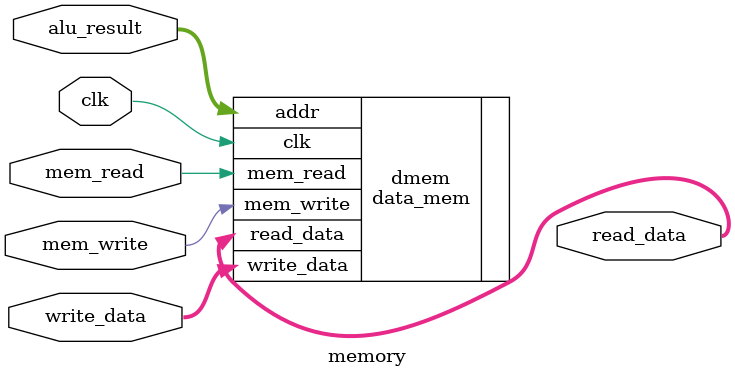
<source format=v>
module memory(
    input clk,
    input mem_write,
    input mem_read,
    input [31:0] alu_result,
    input [31:0] write_data,
    output [31:0] read_data
);

data_mem dmem(
    .clk(clk),
    .mem_write(mem_write),
    .mem_read(mem_read),
    .addr(alu_result),
    .write_data(write_data),
    .read_data(read_data)
);

endmodule

</source>
